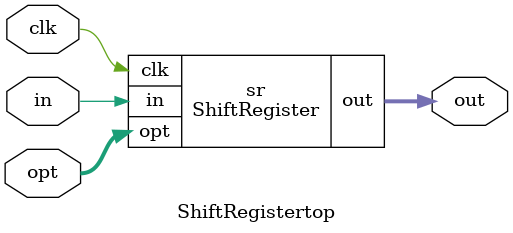
<source format=v>


module ShiftRegister(

    input in,
    input clk,
    input [2:0] opt,
    output reg[7:0] out

);
    always @(posedge clk)
        case(opt)
            3'b000:begin
                out<=0;
            end
            3'b001:begin
                out<= { in,out[7:1]};
            end
            3'b010:begin
                out<= {out[7] , out[7:1]};
            end
            3'b011:begin
                out<= {out[7] , out[5:0] , 1'b0};
            end
            3'b100:begin
                out<={1'b0 , out[7:1]};
            end
            3'b101:begin
                out<= { in,out[7:1]};
            end
            3'b110:begin
                out<={out[0] , out[7:1]};
            end
            3'b111:begin
                out<= {out[6:0] , out[7]};
            end
        endcase

endmodule

module ShiftRegistertop(
    input in,
    input clk,
    input [2:0] opt,
    output [7:0] out
);
    ShiftRegister sr(in ,clk ,opt , out);

endmodule
</source>
